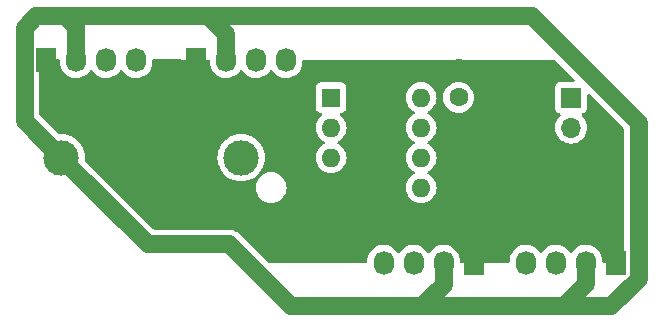
<source format=gbl>
G04 #@! TF.GenerationSoftware,KiCad,Pcbnew,7.0.7+dfsg-1*
G04 #@! TF.CreationDate,2023-09-19T15:44:58+10:00*
G04 #@! TF.ProjectId,fan-controller,66616e2d-636f-46e7-9472-6f6c6c65722e,rev?*
G04 #@! TF.SameCoordinates,Original*
G04 #@! TF.FileFunction,Copper,L2,Bot*
G04 #@! TF.FilePolarity,Positive*
%FSLAX46Y46*%
G04 Gerber Fmt 4.6, Leading zero omitted, Abs format (unit mm)*
G04 Created by KiCad (PCBNEW 7.0.7+dfsg-1) date 2023-09-19 15:44:58*
%MOMM*%
%LPD*%
G01*
G04 APERTURE LIST*
G04 #@! TA.AperFunction,ComponentPad*
%ADD10R,1.730000X2.030000*%
G04 #@! TD*
G04 #@! TA.AperFunction,ComponentPad*
%ADD11O,1.730000X2.030000*%
G04 #@! TD*
G04 #@! TA.AperFunction,ComponentPad*
%ADD12R,1.700000X1.700000*%
G04 #@! TD*
G04 #@! TA.AperFunction,ComponentPad*
%ADD13O,1.700000X1.700000*%
G04 #@! TD*
G04 #@! TA.AperFunction,ComponentPad*
%ADD14C,3.000000*%
G04 #@! TD*
G04 #@! TA.AperFunction,ComponentPad*
%ADD15C,2.750000*%
G04 #@! TD*
G04 #@! TA.AperFunction,ComponentPad*
%ADD16R,1.600000X1.600000*%
G04 #@! TD*
G04 #@! TA.AperFunction,ComponentPad*
%ADD17O,1.600000X1.600000*%
G04 #@! TD*
G04 #@! TA.AperFunction,ComponentPad*
%ADD18C,1.600000*%
G04 #@! TD*
G04 #@! TA.AperFunction,Conductor*
%ADD19C,1.500000*%
G04 #@! TD*
G04 APERTURE END LIST*
D10*
X123190000Y-104775000D03*
D11*
X125730000Y-104775000D03*
X128270000Y-104775000D03*
X130810000Y-104775000D03*
D10*
X158750000Y-121920000D03*
D11*
X156210000Y-121920000D03*
X153670000Y-121920000D03*
X151130000Y-121920000D03*
D12*
X154940000Y-107950000D03*
D13*
X154940000Y-110490000D03*
X154940000Y-113030000D03*
D14*
X111760000Y-113030000D03*
D15*
X116840000Y-113030000D03*
D14*
X121920000Y-113030000D03*
X127000000Y-113030000D03*
D11*
X139065000Y-121920000D03*
X141605000Y-121920000D03*
X144145000Y-121920000D03*
D10*
X146685000Y-121920000D03*
X110490000Y-104775000D03*
D11*
X113030000Y-104775000D03*
X115570000Y-104775000D03*
X118110000Y-104775000D03*
D16*
X134620000Y-107950000D03*
D17*
X134620000Y-110490000D03*
X134620000Y-113030000D03*
X134620000Y-115570000D03*
X142240000Y-115570000D03*
X142240000Y-113030000D03*
X142240000Y-110490000D03*
X142240000Y-107950000D03*
D18*
X145415000Y-105430000D03*
X145415000Y-107930000D03*
D19*
X152527000Y-125630000D02*
X154312031Y-125630000D01*
X142340000Y-125630000D02*
X144145000Y-123825000D01*
X131218000Y-125630000D02*
X139727000Y-125630000D01*
X125958000Y-120370000D02*
X131218000Y-125630000D01*
X160655000Y-123317000D02*
X158342000Y-125630000D01*
X156210000Y-123732031D02*
X156210000Y-121920000D01*
X111760000Y-113030000D02*
X108675000Y-109945000D01*
X124235000Y-101065000D02*
X125730000Y-102560000D01*
X158342000Y-125630000D02*
X152527000Y-125630000D01*
X154312031Y-125630000D02*
X156210000Y-123732031D01*
X109628000Y-101065000D02*
X124235000Y-101065000D01*
X111760000Y-113030000D02*
X119100000Y-120370000D01*
X108675000Y-109945000D02*
X108675000Y-102018000D01*
X124235000Y-101065000D02*
X151655000Y-101065000D01*
X160655000Y-110065000D02*
X160655000Y-123317000D01*
X139727000Y-125630000D02*
X142340000Y-125630000D01*
X125730000Y-102560000D02*
X125730000Y-104775000D01*
X119100000Y-120370000D02*
X125958000Y-120370000D01*
X108675000Y-102018000D02*
X109628000Y-101065000D01*
X113030000Y-101981000D02*
X113030000Y-104775000D01*
X139727000Y-125630000D02*
X152527000Y-125630000D01*
X112522000Y-101473000D02*
X113030000Y-101981000D01*
X144145000Y-123825000D02*
X144145000Y-121920000D01*
X151655000Y-101065000D02*
X160655000Y-110065000D01*
G04 #@! TA.AperFunction,Conductor*
G36*
X111541194Y-104660895D02*
G01*
X111608118Y-104680951D01*
X111653579Y-104734008D01*
X111664500Y-104784892D01*
X111664500Y-104983013D01*
X111679273Y-105156600D01*
X111737845Y-105381546D01*
X111737846Y-105381550D01*
X111833583Y-105593345D01*
X111833590Y-105593357D01*
X111963749Y-105785934D01*
X111963751Y-105785936D01*
X112124587Y-105953749D01*
X112311470Y-106091967D01*
X112519024Y-106196613D01*
X112741277Y-106264678D01*
X112971837Y-106294202D01*
X113204070Y-106284337D01*
X113431295Y-106235366D01*
X113646976Y-106148699D01*
X113844907Y-106026827D01*
X114019395Y-105873259D01*
X114165420Y-105692410D01*
X114191698Y-105645369D01*
X114241578Y-105596444D01*
X114309991Y-105582251D01*
X114375216Y-105607298D01*
X114402687Y-105636407D01*
X114503749Y-105785934D01*
X114503751Y-105785936D01*
X114664587Y-105953749D01*
X114851470Y-106091967D01*
X115059024Y-106196613D01*
X115281277Y-106264678D01*
X115511837Y-106294202D01*
X115744070Y-106284337D01*
X115971295Y-106235366D01*
X116186976Y-106148699D01*
X116384907Y-106026827D01*
X116559395Y-105873259D01*
X116705420Y-105692410D01*
X116731698Y-105645369D01*
X116781578Y-105596444D01*
X116849991Y-105582251D01*
X116915216Y-105607298D01*
X116942687Y-105636407D01*
X117043749Y-105785934D01*
X117043751Y-105785936D01*
X117204587Y-105953749D01*
X117391470Y-106091967D01*
X117599024Y-106196613D01*
X117821277Y-106264678D01*
X118051837Y-106294202D01*
X118284070Y-106284337D01*
X118511295Y-106235366D01*
X118726976Y-106148699D01*
X118924907Y-106026827D01*
X119099395Y-105873259D01*
X119245420Y-105692410D01*
X119358781Y-105489485D01*
X119436217Y-105270320D01*
X119446799Y-105208604D01*
X119475499Y-105041230D01*
X119475499Y-105041226D01*
X119475500Y-105041221D01*
X119475500Y-104829662D01*
X119495183Y-104762626D01*
X119547987Y-104716871D01*
X119600184Y-104705667D01*
X124241192Y-104731451D01*
X124308118Y-104751507D01*
X124353579Y-104804564D01*
X124364500Y-104855448D01*
X124364500Y-104983013D01*
X124379273Y-105156600D01*
X124437845Y-105381546D01*
X124437846Y-105381550D01*
X124533583Y-105593345D01*
X124533590Y-105593357D01*
X124663749Y-105785934D01*
X124663751Y-105785936D01*
X124824587Y-105953749D01*
X125011470Y-106091967D01*
X125219024Y-106196613D01*
X125441277Y-106264678D01*
X125671837Y-106294202D01*
X125904070Y-106284337D01*
X126131295Y-106235366D01*
X126346976Y-106148699D01*
X126544907Y-106026827D01*
X126719395Y-105873259D01*
X126865420Y-105692410D01*
X126891698Y-105645369D01*
X126941578Y-105596444D01*
X127009991Y-105582251D01*
X127075216Y-105607298D01*
X127102687Y-105636407D01*
X127203749Y-105785934D01*
X127203751Y-105785936D01*
X127364587Y-105953749D01*
X127551470Y-106091967D01*
X127759024Y-106196613D01*
X127981277Y-106264678D01*
X128211837Y-106294202D01*
X128444070Y-106284337D01*
X128671295Y-106235366D01*
X128886976Y-106148699D01*
X129084907Y-106026827D01*
X129259395Y-105873259D01*
X129405420Y-105692410D01*
X129431698Y-105645369D01*
X129481578Y-105596444D01*
X129549991Y-105582251D01*
X129615216Y-105607298D01*
X129642687Y-105636407D01*
X129743749Y-105785934D01*
X129743751Y-105785936D01*
X129904587Y-105953749D01*
X130091470Y-106091967D01*
X130299024Y-106196613D01*
X130521277Y-106264678D01*
X130751837Y-106294202D01*
X130984070Y-106284337D01*
X131211295Y-106235366D01*
X131426976Y-106148699D01*
X131624907Y-106026827D01*
X131799395Y-105873259D01*
X131945420Y-105692410D01*
X132058781Y-105489485D01*
X132136217Y-105270320D01*
X132146799Y-105208604D01*
X132175499Y-105041230D01*
X132175500Y-105041219D01*
X132175500Y-104899000D01*
X132195185Y-104831961D01*
X132247989Y-104786206D01*
X132299500Y-104775000D01*
X153545164Y-104775000D01*
X153612203Y-104794685D01*
X153632845Y-104811319D01*
X155209345Y-106387819D01*
X155242830Y-106449142D01*
X155237846Y-106518834D01*
X155195974Y-106574767D01*
X155130510Y-106599184D01*
X155121664Y-106599500D01*
X154042129Y-106599500D01*
X154042123Y-106599501D01*
X153982516Y-106605908D01*
X153847671Y-106656202D01*
X153847664Y-106656206D01*
X153732455Y-106742452D01*
X153732452Y-106742455D01*
X153646206Y-106857664D01*
X153646202Y-106857671D01*
X153595908Y-106992517D01*
X153589501Y-107052116D01*
X153589500Y-107052135D01*
X153589500Y-108847870D01*
X153589501Y-108847876D01*
X153595908Y-108907483D01*
X153646202Y-109042328D01*
X153646206Y-109042335D01*
X153732452Y-109157544D01*
X153732455Y-109157547D01*
X153847664Y-109243793D01*
X153847671Y-109243797D01*
X153979081Y-109292810D01*
X154035015Y-109334681D01*
X154059432Y-109400145D01*
X154044580Y-109468418D01*
X154023430Y-109496673D01*
X153901503Y-109618600D01*
X153765965Y-109812169D01*
X153765964Y-109812171D01*
X153666098Y-110026335D01*
X153666094Y-110026344D01*
X153604938Y-110254586D01*
X153604936Y-110254596D01*
X153584341Y-110489999D01*
X153584341Y-110490000D01*
X153604936Y-110725403D01*
X153604938Y-110725413D01*
X153666094Y-110953655D01*
X153666096Y-110953659D01*
X153666097Y-110953663D01*
X153708597Y-111044804D01*
X153765965Y-111167830D01*
X153765967Y-111167834D01*
X153792436Y-111205635D01*
X153901505Y-111361401D01*
X154068599Y-111528495D01*
X154165384Y-111596265D01*
X154262165Y-111664032D01*
X154262167Y-111664033D01*
X154262170Y-111664035D01*
X154476337Y-111763903D01*
X154704592Y-111825063D01*
X154892918Y-111841539D01*
X154939999Y-111845659D01*
X154940000Y-111845659D01*
X154940001Y-111845659D01*
X154979234Y-111842226D01*
X155175408Y-111825063D01*
X155403663Y-111763903D01*
X155617830Y-111664035D01*
X155811401Y-111528495D01*
X155978495Y-111361401D01*
X156114035Y-111167830D01*
X156213903Y-110953663D01*
X156275063Y-110725408D01*
X156295659Y-110490000D01*
X156275063Y-110254592D01*
X156213903Y-110026337D01*
X156114035Y-109812171D01*
X156000703Y-109650316D01*
X155978496Y-109618600D01*
X155978495Y-109618599D01*
X155856567Y-109496671D01*
X155823084Y-109435351D01*
X155828068Y-109365659D01*
X155869939Y-109309725D01*
X155900915Y-109292810D01*
X156032331Y-109243796D01*
X156147546Y-109157546D01*
X156233796Y-109042331D01*
X156284091Y-108907483D01*
X156290500Y-108847873D01*
X156290499Y-107768334D01*
X156310184Y-107701296D01*
X156362987Y-107655541D01*
X156432146Y-107645597D01*
X156495702Y-107674622D01*
X156502180Y-107680654D01*
X159368180Y-110546654D01*
X159401665Y-110607977D01*
X159404499Y-110634335D01*
X159404499Y-116875468D01*
X159404500Y-121796000D01*
X159384815Y-121863039D01*
X159332011Y-121908794D01*
X159280500Y-121920000D01*
X157699500Y-121920000D01*
X157632461Y-121900315D01*
X157586706Y-121847511D01*
X157575500Y-121796000D01*
X157575500Y-121711987D01*
X157560726Y-121538399D01*
X157553446Y-121510442D01*
X157502154Y-121313453D01*
X157502153Y-121313449D01*
X157406416Y-121101654D01*
X157406409Y-121101642D01*
X157276250Y-120909065D01*
X157115413Y-120741251D01*
X157016601Y-120668170D01*
X156928530Y-120603033D01*
X156925137Y-120601322D01*
X156720977Y-120498387D01*
X156592851Y-120459148D01*
X156498723Y-120430322D01*
X156498721Y-120430321D01*
X156498722Y-120430321D01*
X156268157Y-120400797D01*
X156035933Y-120410662D01*
X156035932Y-120410662D01*
X155808703Y-120459634D01*
X155593027Y-120546299D01*
X155395096Y-120668170D01*
X155220599Y-120821746D01*
X155074584Y-121002583D01*
X155074577Y-121002593D01*
X155048301Y-121049630D01*
X154998422Y-121098556D01*
X154930008Y-121112748D01*
X154864783Y-121087700D01*
X154837313Y-121058592D01*
X154736250Y-120909065D01*
X154575413Y-120741251D01*
X154476601Y-120668170D01*
X154388530Y-120603033D01*
X154385137Y-120601322D01*
X154180977Y-120498387D01*
X154052851Y-120459148D01*
X153958723Y-120430322D01*
X153958721Y-120430321D01*
X153958722Y-120430321D01*
X153728157Y-120400797D01*
X153495933Y-120410662D01*
X153495932Y-120410662D01*
X153268703Y-120459634D01*
X153053027Y-120546299D01*
X152855096Y-120668170D01*
X152680599Y-120821746D01*
X152534584Y-121002583D01*
X152534577Y-121002593D01*
X152508301Y-121049630D01*
X152458422Y-121098556D01*
X152390008Y-121112748D01*
X152324783Y-121087700D01*
X152297313Y-121058592D01*
X152196250Y-120909065D01*
X152035413Y-120741251D01*
X151936601Y-120668170D01*
X151848530Y-120603033D01*
X151845137Y-120601322D01*
X151640977Y-120498387D01*
X151512851Y-120459148D01*
X151418723Y-120430322D01*
X151418721Y-120430321D01*
X151418722Y-120430321D01*
X151188157Y-120400797D01*
X150955933Y-120410662D01*
X150955932Y-120410662D01*
X150728703Y-120459634D01*
X150513027Y-120546299D01*
X150315096Y-120668170D01*
X150140599Y-120821746D01*
X149994584Y-121002583D01*
X149994579Y-121002589D01*
X149881220Y-121205511D01*
X149803784Y-121424676D01*
X149803781Y-121424686D01*
X149764500Y-121653769D01*
X149764500Y-121796000D01*
X149744815Y-121863039D01*
X149692011Y-121908794D01*
X149640500Y-121920000D01*
X145634500Y-121920000D01*
X145567461Y-121900315D01*
X145521706Y-121847511D01*
X145510500Y-121796000D01*
X145510500Y-121711987D01*
X145495726Y-121538399D01*
X145488446Y-121510442D01*
X145437154Y-121313453D01*
X145437153Y-121313449D01*
X145341416Y-121101654D01*
X145341409Y-121101642D01*
X145211250Y-120909065D01*
X145050413Y-120741251D01*
X144951601Y-120668170D01*
X144863530Y-120603033D01*
X144860137Y-120601322D01*
X144655977Y-120498387D01*
X144527851Y-120459148D01*
X144433723Y-120430322D01*
X144433721Y-120430321D01*
X144433722Y-120430321D01*
X144203157Y-120400797D01*
X143970933Y-120410662D01*
X143970932Y-120410662D01*
X143743703Y-120459634D01*
X143528027Y-120546299D01*
X143330096Y-120668170D01*
X143155599Y-120821746D01*
X143009584Y-121002583D01*
X143009577Y-121002593D01*
X142983301Y-121049630D01*
X142933422Y-121098556D01*
X142865008Y-121112748D01*
X142799783Y-121087700D01*
X142772313Y-121058592D01*
X142671250Y-120909065D01*
X142510413Y-120741251D01*
X142411601Y-120668170D01*
X142323530Y-120603033D01*
X142320137Y-120601322D01*
X142115977Y-120498387D01*
X141987851Y-120459148D01*
X141893723Y-120430322D01*
X141893721Y-120430321D01*
X141893722Y-120430321D01*
X141663157Y-120400797D01*
X141430933Y-120410662D01*
X141430932Y-120410662D01*
X141203703Y-120459634D01*
X140988027Y-120546299D01*
X140790096Y-120668170D01*
X140615599Y-120821746D01*
X140469584Y-121002583D01*
X140469577Y-121002593D01*
X140443301Y-121049630D01*
X140393422Y-121098556D01*
X140325008Y-121112748D01*
X140259783Y-121087700D01*
X140232313Y-121058592D01*
X140131250Y-120909065D01*
X139970413Y-120741251D01*
X139871601Y-120668170D01*
X139783530Y-120603033D01*
X139780137Y-120601322D01*
X139575977Y-120498387D01*
X139447851Y-120459148D01*
X139353723Y-120430322D01*
X139353721Y-120430321D01*
X139353722Y-120430321D01*
X139123157Y-120400797D01*
X138890933Y-120410662D01*
X138890932Y-120410662D01*
X138663703Y-120459634D01*
X138448027Y-120546299D01*
X138250096Y-120668170D01*
X138075599Y-120821746D01*
X137929584Y-121002583D01*
X137929579Y-121002589D01*
X137816220Y-121205511D01*
X137738784Y-121424676D01*
X137738781Y-121424686D01*
X137699500Y-121653769D01*
X137699500Y-121796000D01*
X137679815Y-121863039D01*
X137627011Y-121908794D01*
X137575500Y-121920000D01*
X137160000Y-121920000D01*
X129327836Y-121920000D01*
X129260797Y-121900315D01*
X129240155Y-121883681D01*
X126894356Y-119537882D01*
X126889719Y-119532693D01*
X126865507Y-119502332D01*
X126814031Y-119457359D01*
X126810997Y-119454523D01*
X126802529Y-119446055D01*
X126770181Y-119419049D01*
X126695996Y-119354235D01*
X126692241Y-119351991D01*
X126676373Y-119340732D01*
X126673019Y-119337932D01*
X126673018Y-119337931D01*
X126673013Y-119337927D01*
X126605614Y-119299685D01*
X126587340Y-119289316D01*
X126502764Y-119238785D01*
X126502761Y-119238783D01*
X126498669Y-119237248D01*
X126481044Y-119229002D01*
X126477245Y-119226846D01*
X126384253Y-119194307D01*
X126292029Y-119159694D01*
X126292019Y-119159691D01*
X126287723Y-119158912D01*
X126268918Y-119153949D01*
X126264784Y-119152502D01*
X126264779Y-119152501D01*
X126167472Y-119137089D01*
X126070550Y-119119500D01*
X126070547Y-119119500D01*
X126066172Y-119119500D01*
X126046769Y-119117972D01*
X126042460Y-119117289D01*
X125943978Y-119119500D01*
X119669336Y-119119500D01*
X119602297Y-119099815D01*
X119581655Y-119083181D01*
X116068475Y-115570001D01*
X128234532Y-115570001D01*
X128254364Y-115796686D01*
X128254366Y-115796697D01*
X128313258Y-116016488D01*
X128313261Y-116016497D01*
X128409431Y-116222732D01*
X128409432Y-116222734D01*
X128539954Y-116409141D01*
X128700858Y-116570045D01*
X128700861Y-116570047D01*
X128887266Y-116700568D01*
X129093504Y-116796739D01*
X129313308Y-116855635D01*
X129483216Y-116870500D01*
X129596784Y-116870500D01*
X129766692Y-116855635D01*
X129986496Y-116796739D01*
X130192734Y-116700568D01*
X130379139Y-116570047D01*
X130540047Y-116409139D01*
X130670568Y-116222734D01*
X130766739Y-116016496D01*
X130825635Y-115796692D01*
X130845468Y-115570001D01*
X140934532Y-115570001D01*
X140954364Y-115796686D01*
X140954366Y-115796697D01*
X141013258Y-116016488D01*
X141013261Y-116016497D01*
X141109431Y-116222732D01*
X141109432Y-116222734D01*
X141239954Y-116409141D01*
X141400858Y-116570045D01*
X141400861Y-116570047D01*
X141587266Y-116700568D01*
X141793504Y-116796739D01*
X142013308Y-116855635D01*
X142175230Y-116869801D01*
X142239998Y-116875468D01*
X142240000Y-116875468D01*
X142240002Y-116875468D01*
X142296784Y-116870500D01*
X142466692Y-116855635D01*
X142686496Y-116796739D01*
X142892734Y-116700568D01*
X143079139Y-116570047D01*
X143240047Y-116409139D01*
X143370568Y-116222734D01*
X143466739Y-116016496D01*
X143525635Y-115796692D01*
X143545468Y-115570000D01*
X143525635Y-115343308D01*
X143466739Y-115123504D01*
X143370568Y-114917266D01*
X143240047Y-114730861D01*
X143240045Y-114730858D01*
X143079141Y-114569954D01*
X142892734Y-114439432D01*
X142892728Y-114439429D01*
X142834725Y-114412382D01*
X142782285Y-114366210D01*
X142763133Y-114299017D01*
X142783348Y-114232135D01*
X142834725Y-114187618D01*
X142892734Y-114160568D01*
X143079139Y-114030047D01*
X143240047Y-113869139D01*
X143370568Y-113682734D01*
X143466739Y-113476496D01*
X143525635Y-113256692D01*
X143545468Y-113030000D01*
X143525635Y-112803308D01*
X143466739Y-112583504D01*
X143370568Y-112377266D01*
X143240047Y-112190861D01*
X143240045Y-112190858D01*
X143079141Y-112029954D01*
X142892734Y-111899432D01*
X142892728Y-111899429D01*
X142834725Y-111872382D01*
X142782285Y-111826210D01*
X142763133Y-111759017D01*
X142783348Y-111692135D01*
X142834725Y-111647618D01*
X142892734Y-111620568D01*
X143079139Y-111490047D01*
X143240047Y-111329139D01*
X143370568Y-111142734D01*
X143466739Y-110936496D01*
X143525635Y-110716692D01*
X143545468Y-110490000D01*
X143525635Y-110263308D01*
X143466739Y-110043504D01*
X143370568Y-109837266D01*
X143240047Y-109650861D01*
X143240045Y-109650858D01*
X143079141Y-109489954D01*
X142892734Y-109359432D01*
X142892728Y-109359429D01*
X142853899Y-109341323D01*
X142834724Y-109332381D01*
X142782285Y-109286210D01*
X142763133Y-109219017D01*
X142783348Y-109152135D01*
X142834725Y-109107618D01*
X142892734Y-109080568D01*
X143079139Y-108950047D01*
X143240047Y-108789139D01*
X143370568Y-108602734D01*
X143466739Y-108396496D01*
X143525635Y-108176692D01*
X143545468Y-107950000D01*
X143543718Y-107930001D01*
X144109532Y-107930001D01*
X144129364Y-108156686D01*
X144129366Y-108156697D01*
X144188258Y-108376488D01*
X144188261Y-108376497D01*
X144284431Y-108582732D01*
X144284432Y-108582734D01*
X144414954Y-108769141D01*
X144575858Y-108930045D01*
X144575861Y-108930047D01*
X144762266Y-109060568D01*
X144968504Y-109156739D01*
X144968509Y-109156740D01*
X144968511Y-109156741D01*
X145021152Y-109170846D01*
X145188308Y-109215635D01*
X145350230Y-109229801D01*
X145414998Y-109235468D01*
X145415000Y-109235468D01*
X145415002Y-109235468D01*
X145471673Y-109230509D01*
X145641692Y-109215635D01*
X145861496Y-109156739D01*
X146067734Y-109060568D01*
X146254139Y-108930047D01*
X146415047Y-108769139D01*
X146545568Y-108582734D01*
X146641739Y-108376496D01*
X146700635Y-108156692D01*
X146720468Y-107930000D01*
X146700635Y-107703308D01*
X146641739Y-107483504D01*
X146545568Y-107277266D01*
X146422936Y-107102128D01*
X146415045Y-107090858D01*
X146254141Y-106929954D01*
X146067734Y-106799432D01*
X146067732Y-106799431D01*
X145861497Y-106703261D01*
X145861488Y-106703258D01*
X145641697Y-106644366D01*
X145641693Y-106644365D01*
X145641692Y-106644365D01*
X145641691Y-106644364D01*
X145641686Y-106644364D01*
X145415002Y-106624532D01*
X145414998Y-106624532D01*
X145188313Y-106644364D01*
X145188302Y-106644366D01*
X144968511Y-106703258D01*
X144968502Y-106703261D01*
X144762267Y-106799431D01*
X144762265Y-106799432D01*
X144575858Y-106929954D01*
X144414954Y-107090858D01*
X144284432Y-107277265D01*
X144284431Y-107277267D01*
X144188261Y-107483502D01*
X144188258Y-107483511D01*
X144129366Y-107703302D01*
X144129364Y-107703313D01*
X144109532Y-107929998D01*
X144109532Y-107930001D01*
X143543718Y-107930001D01*
X143525635Y-107723308D01*
X143466739Y-107503504D01*
X143370568Y-107297266D01*
X143240047Y-107110861D01*
X143240045Y-107110858D01*
X143079141Y-106949954D01*
X142892734Y-106819432D01*
X142892732Y-106819431D01*
X142686497Y-106723261D01*
X142686488Y-106723258D01*
X142466697Y-106664366D01*
X142466693Y-106664365D01*
X142466692Y-106664365D01*
X142466691Y-106664364D01*
X142466686Y-106664364D01*
X142240002Y-106644532D01*
X142239998Y-106644532D01*
X142013313Y-106664364D01*
X142013302Y-106664366D01*
X141793511Y-106723258D01*
X141793502Y-106723261D01*
X141587267Y-106819431D01*
X141587265Y-106819432D01*
X141400858Y-106949954D01*
X141239954Y-107110858D01*
X141109432Y-107297265D01*
X141109431Y-107297267D01*
X141013261Y-107503502D01*
X141013258Y-107503511D01*
X140954366Y-107723302D01*
X140954364Y-107723313D01*
X140934532Y-107949998D01*
X140934532Y-107950001D01*
X140954364Y-108176686D01*
X140954366Y-108176697D01*
X141013258Y-108396488D01*
X141013261Y-108396497D01*
X141109431Y-108602732D01*
X141109432Y-108602734D01*
X141239954Y-108789141D01*
X141400858Y-108950045D01*
X141400861Y-108950047D01*
X141587266Y-109080568D01*
X141645275Y-109107618D01*
X141697714Y-109153791D01*
X141716866Y-109220984D01*
X141696650Y-109287865D01*
X141645275Y-109332381D01*
X141628272Y-109340310D01*
X141587267Y-109359431D01*
X141587265Y-109359432D01*
X141400858Y-109489954D01*
X141239954Y-109650858D01*
X141109432Y-109837265D01*
X141109431Y-109837267D01*
X141013261Y-110043502D01*
X141013258Y-110043511D01*
X140954366Y-110263302D01*
X140954364Y-110263313D01*
X140934532Y-110489998D01*
X140934532Y-110490001D01*
X140954364Y-110716686D01*
X140954366Y-110716697D01*
X141013258Y-110936488D01*
X141013261Y-110936497D01*
X141109431Y-111142732D01*
X141109432Y-111142734D01*
X141239954Y-111329141D01*
X141400858Y-111490045D01*
X141400861Y-111490047D01*
X141587266Y-111620568D01*
X141645275Y-111647618D01*
X141697714Y-111693791D01*
X141716866Y-111760984D01*
X141696650Y-111827865D01*
X141645275Y-111872382D01*
X141587267Y-111899431D01*
X141587265Y-111899432D01*
X141400858Y-112029954D01*
X141239954Y-112190858D01*
X141109432Y-112377265D01*
X141109431Y-112377267D01*
X141013261Y-112583502D01*
X141013258Y-112583511D01*
X140954366Y-112803302D01*
X140954364Y-112803313D01*
X140934532Y-113029998D01*
X140934532Y-113030001D01*
X140954364Y-113256686D01*
X140954366Y-113256697D01*
X141013258Y-113476488D01*
X141013261Y-113476497D01*
X141109431Y-113682732D01*
X141109432Y-113682734D01*
X141239954Y-113869141D01*
X141400858Y-114030045D01*
X141400861Y-114030047D01*
X141587266Y-114160568D01*
X141645275Y-114187618D01*
X141697714Y-114233791D01*
X141716866Y-114300984D01*
X141696650Y-114367865D01*
X141645275Y-114412382D01*
X141587267Y-114439431D01*
X141587265Y-114439432D01*
X141400858Y-114569954D01*
X141239954Y-114730858D01*
X141109432Y-114917265D01*
X141109431Y-114917267D01*
X141013261Y-115123502D01*
X141013258Y-115123511D01*
X140954366Y-115343302D01*
X140954364Y-115343313D01*
X140934532Y-115569998D01*
X140934532Y-115570001D01*
X130845468Y-115570001D01*
X130845468Y-115570000D01*
X130825635Y-115343308D01*
X130766739Y-115123504D01*
X130670568Y-114917266D01*
X130540047Y-114730861D01*
X130540045Y-114730858D01*
X130379141Y-114569954D01*
X130192734Y-114439432D01*
X130192732Y-114439431D01*
X129986497Y-114343261D01*
X129986488Y-114343258D01*
X129766697Y-114284366D01*
X129766687Y-114284364D01*
X129596784Y-114269500D01*
X129483216Y-114269500D01*
X129313312Y-114284364D01*
X129313302Y-114284366D01*
X129093511Y-114343258D01*
X129093502Y-114343261D01*
X128887267Y-114439431D01*
X128887265Y-114439432D01*
X128700858Y-114569954D01*
X128539954Y-114730858D01*
X128409432Y-114917265D01*
X128409431Y-114917267D01*
X128313261Y-115123502D01*
X128313258Y-115123511D01*
X128254366Y-115343302D01*
X128254364Y-115343313D01*
X128234532Y-115569998D01*
X128234532Y-115570001D01*
X116068475Y-115570001D01*
X113789824Y-113291350D01*
X113756339Y-113230027D01*
X113753821Y-113194822D01*
X113765610Y-113030001D01*
X124994390Y-113030001D01*
X125014804Y-113315433D01*
X125075628Y-113595037D01*
X125075630Y-113595043D01*
X125075631Y-113595046D01*
X125108337Y-113682734D01*
X125175635Y-113863166D01*
X125312770Y-114114309D01*
X125312775Y-114114317D01*
X125484254Y-114343387D01*
X125484270Y-114343405D01*
X125686594Y-114545729D01*
X125686612Y-114545745D01*
X125915682Y-114717224D01*
X125915690Y-114717229D01*
X126166833Y-114854364D01*
X126166832Y-114854364D01*
X126166836Y-114854365D01*
X126166839Y-114854367D01*
X126434954Y-114954369D01*
X126434960Y-114954370D01*
X126434962Y-114954371D01*
X126714566Y-115015195D01*
X126714568Y-115015195D01*
X126714572Y-115015196D01*
X126968220Y-115033337D01*
X126999999Y-115035610D01*
X127000000Y-115035610D01*
X127000001Y-115035610D01*
X127028595Y-115033564D01*
X127285428Y-115015196D01*
X127565046Y-114954369D01*
X127833161Y-114854367D01*
X128084315Y-114717226D01*
X128313395Y-114545739D01*
X128515739Y-114343395D01*
X128687226Y-114114315D01*
X128824367Y-113863161D01*
X128924369Y-113595046D01*
X128985196Y-113315428D01*
X129005610Y-113030001D01*
X133314532Y-113030001D01*
X133334364Y-113256686D01*
X133334366Y-113256697D01*
X133393258Y-113476488D01*
X133393261Y-113476497D01*
X133489431Y-113682732D01*
X133489432Y-113682734D01*
X133619954Y-113869141D01*
X133780858Y-114030045D01*
X133780861Y-114030047D01*
X133967266Y-114160568D01*
X134173504Y-114256739D01*
X134393308Y-114315635D01*
X134555230Y-114329801D01*
X134619998Y-114335468D01*
X134620000Y-114335468D01*
X134620002Y-114335468D01*
X134676672Y-114330509D01*
X134846692Y-114315635D01*
X135066496Y-114256739D01*
X135272734Y-114160568D01*
X135459139Y-114030047D01*
X135620047Y-113869139D01*
X135750568Y-113682734D01*
X135846739Y-113476496D01*
X135905635Y-113256692D01*
X135925468Y-113030000D01*
X135905635Y-112803308D01*
X135846739Y-112583504D01*
X135750568Y-112377266D01*
X135620047Y-112190861D01*
X135620045Y-112190858D01*
X135459141Y-112029954D01*
X135272734Y-111899432D01*
X135272728Y-111899429D01*
X135214725Y-111872382D01*
X135162285Y-111826210D01*
X135143133Y-111759017D01*
X135163348Y-111692135D01*
X135214725Y-111647618D01*
X135272734Y-111620568D01*
X135459139Y-111490047D01*
X135620047Y-111329139D01*
X135750568Y-111142734D01*
X135846739Y-110936496D01*
X135905635Y-110716692D01*
X135925468Y-110490000D01*
X135905635Y-110263308D01*
X135846739Y-110043504D01*
X135750568Y-109837266D01*
X135620047Y-109650861D01*
X135620045Y-109650858D01*
X135459143Y-109489956D01*
X135434536Y-109472726D01*
X135390912Y-109418149D01*
X135383719Y-109348650D01*
X135415241Y-109286296D01*
X135475471Y-109250882D01*
X135492404Y-109247861D01*
X135527483Y-109244091D01*
X135662331Y-109193796D01*
X135777546Y-109107546D01*
X135863796Y-108992331D01*
X135914091Y-108857483D01*
X135920500Y-108797873D01*
X135920499Y-107102128D01*
X135914091Y-107042517D01*
X135895442Y-106992517D01*
X135863797Y-106907671D01*
X135863793Y-106907664D01*
X135777547Y-106792455D01*
X135777544Y-106792452D01*
X135662335Y-106706206D01*
X135662328Y-106706202D01*
X135527482Y-106655908D01*
X135527483Y-106655908D01*
X135467883Y-106649501D01*
X135467881Y-106649500D01*
X135467873Y-106649500D01*
X135467864Y-106649500D01*
X133772129Y-106649500D01*
X133772123Y-106649501D01*
X133712516Y-106655908D01*
X133577671Y-106706202D01*
X133577664Y-106706206D01*
X133462455Y-106792452D01*
X133462452Y-106792455D01*
X133376206Y-106907664D01*
X133376202Y-106907671D01*
X133325908Y-107042517D01*
X133320711Y-107090861D01*
X133319501Y-107102123D01*
X133319500Y-107102135D01*
X133319500Y-108797870D01*
X133319501Y-108797876D01*
X133325908Y-108857483D01*
X133376202Y-108992328D01*
X133376206Y-108992335D01*
X133462452Y-109107544D01*
X133462455Y-109107547D01*
X133577664Y-109193793D01*
X133577671Y-109193797D01*
X133622618Y-109210560D01*
X133712517Y-109244091D01*
X133747596Y-109247862D01*
X133812144Y-109274599D01*
X133851993Y-109331991D01*
X133854488Y-109401816D01*
X133818836Y-109461905D01*
X133805464Y-109472725D01*
X133780858Y-109489954D01*
X133619954Y-109650858D01*
X133489432Y-109837265D01*
X133489431Y-109837267D01*
X133393261Y-110043502D01*
X133393258Y-110043511D01*
X133334366Y-110263302D01*
X133334364Y-110263313D01*
X133314532Y-110489998D01*
X133314532Y-110490001D01*
X133334364Y-110716686D01*
X133334366Y-110716697D01*
X133393258Y-110936488D01*
X133393261Y-110936497D01*
X133489431Y-111142732D01*
X133489432Y-111142734D01*
X133619954Y-111329141D01*
X133780858Y-111490045D01*
X133780861Y-111490047D01*
X133967266Y-111620568D01*
X134025275Y-111647618D01*
X134077714Y-111693791D01*
X134096866Y-111760984D01*
X134076650Y-111827865D01*
X134025275Y-111872382D01*
X133967267Y-111899431D01*
X133967265Y-111899432D01*
X133780858Y-112029954D01*
X133619954Y-112190858D01*
X133489432Y-112377265D01*
X133489431Y-112377267D01*
X133393261Y-112583502D01*
X133393258Y-112583511D01*
X133334366Y-112803302D01*
X133334364Y-112803313D01*
X133314532Y-113029998D01*
X133314532Y-113030001D01*
X129005610Y-113030001D01*
X129005610Y-113030000D01*
X128985196Y-112744572D01*
X128950159Y-112583511D01*
X128924371Y-112464962D01*
X128924370Y-112464960D01*
X128924369Y-112464954D01*
X128824367Y-112196839D01*
X128687226Y-111945685D01*
X128687224Y-111945682D01*
X128515745Y-111716612D01*
X128515729Y-111716594D01*
X128313405Y-111514270D01*
X128313387Y-111514254D01*
X128084317Y-111342775D01*
X128084309Y-111342770D01*
X127833166Y-111205635D01*
X127833167Y-111205635D01*
X127725914Y-111165632D01*
X127565046Y-111105631D01*
X127565043Y-111105630D01*
X127565037Y-111105628D01*
X127285433Y-111044804D01*
X127000001Y-111024390D01*
X126999999Y-111024390D01*
X126714566Y-111044804D01*
X126434962Y-111105628D01*
X126166833Y-111205635D01*
X125915690Y-111342770D01*
X125915682Y-111342775D01*
X125686612Y-111514254D01*
X125686594Y-111514270D01*
X125484270Y-111716594D01*
X125484254Y-111716612D01*
X125312775Y-111945682D01*
X125312770Y-111945690D01*
X125175635Y-112196833D01*
X125075628Y-112464962D01*
X125014804Y-112744566D01*
X124994390Y-113029998D01*
X124994390Y-113030001D01*
X113765610Y-113030001D01*
X113765610Y-113029999D01*
X113763337Y-112998220D01*
X113745196Y-112744572D01*
X113710159Y-112583511D01*
X113684371Y-112464962D01*
X113684370Y-112464960D01*
X113684369Y-112464954D01*
X113584367Y-112196839D01*
X113447226Y-111945685D01*
X113447224Y-111945682D01*
X113275745Y-111716612D01*
X113275729Y-111716594D01*
X113073405Y-111514270D01*
X113073387Y-111514254D01*
X112844317Y-111342775D01*
X112844309Y-111342770D01*
X112593166Y-111205635D01*
X112593167Y-111205635D01*
X112485915Y-111165632D01*
X112325046Y-111105631D01*
X112325043Y-111105630D01*
X112325037Y-111105628D01*
X112045433Y-111044804D01*
X111760001Y-111024390D01*
X111759999Y-111024390D01*
X111595176Y-111036178D01*
X111526903Y-111021326D01*
X111498649Y-111000175D01*
X109961819Y-109463344D01*
X109928334Y-109402021D01*
X109925500Y-109375663D01*
X109925500Y-104776609D01*
X109945185Y-104709570D01*
X109997989Y-104663815D01*
X110050183Y-104652612D01*
X111541194Y-104660895D01*
G37*
G04 #@! TD.AperFunction*
M02*

</source>
